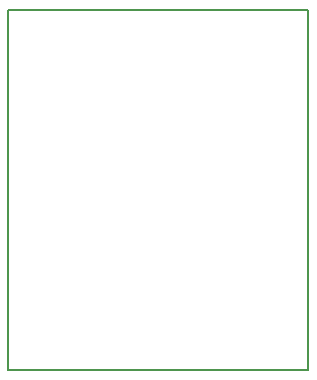
<source format=gbr>
G04 #@! TF.FileFunction,Profile,NP*
%FSLAX46Y46*%
G04 Gerber Fmt 4.6, Leading zero omitted, Abs format (unit mm)*
G04 Created by KiCad (PCBNEW (2015-09-22 BZR 6208)-product) date 14.8.2018 10:54:20*
%MOMM*%
G01*
G04 APERTURE LIST*
%ADD10C,0.100000*%
%ADD11C,0.150000*%
G04 APERTURE END LIST*
D10*
D11*
X162560000Y-91440000D02*
X162560000Y-96520000D01*
X137160000Y-91440000D02*
X162560000Y-91440000D01*
X137160000Y-96520000D02*
X137160000Y-91440000D01*
X162560000Y-96520000D02*
X162560000Y-121920000D01*
X137160000Y-121920000D02*
X137160000Y-96520000D01*
X137160000Y-121920000D02*
X162560000Y-121920000D01*
M02*

</source>
